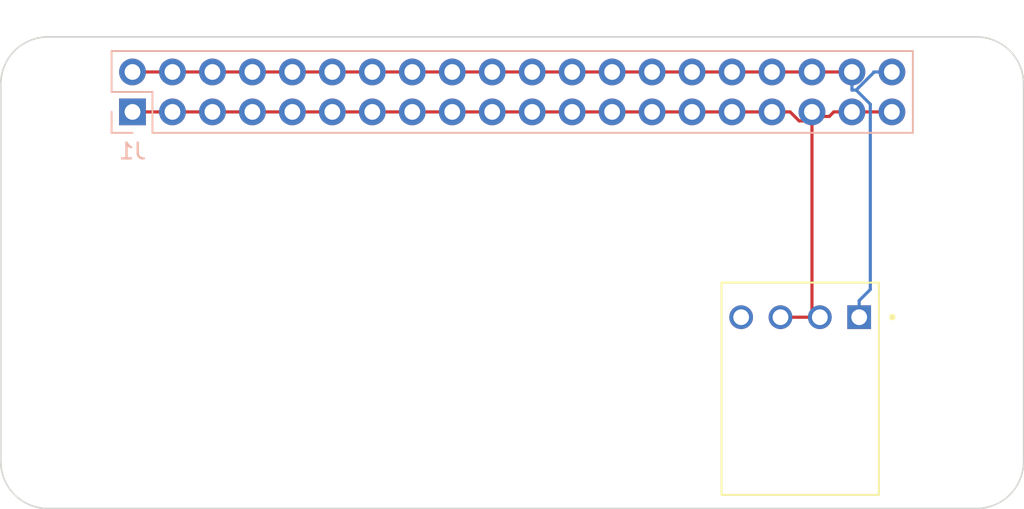
<source format=kicad_pcb>
(kicad_pcb (version 20240108) (generator "pcbnew") (generator_version "8.0")
  (title_block (date "15 nov 2012"))
  (layers (0 "F.Cu" signal) (31 "B.Cu" signal) (34 "B.Paste" user) (35 "F.Paste" user) (36 "B.SilkS" user "B.Silkscreen") (37 "F.SilkS" user "F.Silkscreen") (38 "B.Mask" user) (39 "F.Mask" user) (44 "Edge.Cuts" user))
  (net 0 "")
  (net 1 "GND")
  (net 2 "+12V")
  (net 3 "+5V")
  (footprint "MountingHole:MountingHole_2.7mm_M2.5" (layer "F.Cu") (at 161.5 73.5)
    (property "Reference" "MH2" (hide yes))
    (property "Value" "MountingHole_2.7mm_M2.5" (hide yes))
    (pad "" np_thru_hole circle (at 0 0) (size 2.7 2.7) (drill 2.7) (layers "*.Cu" "*.Mask"))
  )
  (footprint "171826-4:TE_171826-4" (layer "F.Cu") (at 150.8 92.38)
    (property "Reference" "J2" (hide yes))
    (property "Value" "171826-4")
    (fp_line (start -5 6.75) (end -5 -6.75) (stroke (width 0.127)) (layer "F.SilkS"))
    (fp_line (start 5 -6.75) (end -5 -6.75) (stroke (width 0.127)) (layer "F.SilkS"))
    (fp_line (start 5 -6.75) (end 5 6.75) (stroke (width 0.127)) (layer "F.SilkS"))
    (fp_line (start 5 6.75) (end -5 6.75) (stroke (width 0.127)) (layer "F.SilkS"))
    (fp_circle (center 5.86 -4.55) (end 5.96 -4.55) (stroke (width 0.2)) (fill none) (layer "F.SilkS"))
    (pad "1" thru_hole rect (at 3.75 -4.55) (size 1.508 1.508) (drill 1) (layers "*.Cu" "*.Mask") (net 3 "+5V"))
    (pad "2" thru_hole circle (at 1.25 -4.55) (size 1.508 1.508) (drill 1) (layers "*.Cu" "*.Mask") (net 1 "GND"))
    (pad "3" thru_hole circle (at -1.25 -4.55) (size 1.508 1.508) (drill 1) (layers "*.Cu" "*.Mask") (net 1 "GND"))
    (pad "4" thru_hole circle (at -3.75 -4.55) (size 1.508 1.508) (drill 1) (layers "*.Cu" "*.Mask") (net 2 "+12V"))
  )
  (footprint "MountingHole:MountingHole_2.7mm_M2.5" (layer "F.Cu") (at 103.5 96.5)
    (property "Reference" "MH3" (hide yes))
    (property "Value" "MountingHole_2.7mm_M2.5" (hide yes))
    (pad "" np_thru_hole circle (at 0 0) (size 2.7 2.7) (drill 2.7) (layers "*.Cu" "*.Mask"))
  )
  (footprint "MountingHole:MountingHole_2.7mm_M2.5" (layer "F.Cu") (at 103.5 73.5)
    (property "Reference" "MH1" (hide yes))
    (property "Value" "MountingHole_2.7mm_M2.5" (hide yes))
    (pad "" np_thru_hole circle (at 0 0) (size 2.7 2.7) (drill 2.7) (layers "*.Cu" "*.Mask"))
  )
  (footprint "MountingHole:MountingHole_2.7mm_M2.5" (layer "F.Cu") (at 161.5 96.5)
    (property "Reference" "MH4" (hide yes))
    (property "Value" "MountingHole_2.7mm_M2.5" (hide yes))
    (pad "" np_thru_hole circle (at 0 0) (size 2.7 2.7) (drill 2.7) (layers "*.Cu" "*.Mask"))
  )
  (footprint "Connector_PinSocket_2.54mm:PinSocket_2x20_P2.54mm_Vertical" (layer "B.Cu") (at 108.37 74.77 -90)
    (property "Reference" "J1" (at 2.5 0 0) (layer "B.SilkS") (effects (justify mirror)))
    (property "Value" "GPIO")
    (fp_line (start -3.87 1.33) (end -1.27 1.33) (stroke (width 0.12)) (layer "B.SilkS"))
    (fp_line (start -3.87 1.33) (end -3.87 -49.59) (stroke (width 0.12)) (layer "B.SilkS"))
    (fp_line (start -1.27 1.33) (end -1.27 -1.27) (stroke (width 0.12)) (layer "B.SilkS"))
    (fp_line (start 0 1.33) (end 1.33 1.33) (stroke (width 0.12)) (layer "B.SilkS"))
    (fp_line (start 1.33 1.33) (end 1.33 0) (stroke (width 0.12)) (layer "B.SilkS"))
    (fp_line (start -1.27 -1.27) (end 1.33 -1.27) (stroke (width 0.12)) (layer "B.SilkS"))
    (fp_line (start 1.33 -1.27) (end 1.33 -49.59) (stroke (width 0.12)) (layer "B.SilkS"))
    (fp_line (start -3.87 -49.59) (end 1.33 -49.59) (stroke (width 0.12)) (layer "B.SilkS"))
    (pad "1" thru_hole rect (at 0 0 270) (size 1.7 1.7) (drill 1) (layers "*.Cu" "*.Mask") (net 1 "GND"))
    (pad "2" thru_hole oval (at -2.54 0 270) (size 1.7 1.7) (drill 1) (layers "*.Cu" "*.Mask") (net 3 "+5V"))
    (pad "3" thru_hole oval (at 0 -2.54 270) (size 1.7 1.7) (drill 1) (layers "*.Cu" "*.Mask") (net 1 "GND"))
    (pad "4" thru_hole oval (at -2.54 -2.54 270) (size 1.7 1.7) (drill 1) (layers "*.Cu" "*.Mask") (net 3 "+5V"))
    (pad "5" thru_hole oval (at 0 -5.08 270) (size 1.7 1.7) (drill 1) (layers "*.Cu" "*.Mask") (net 1 "GND"))
    (pad "6" thru_hole oval (at -2.54 -5.08 270) (size 1.7 1.7) (drill 1) (layers "*.Cu" "*.Mask") (net 3 "+5V"))
    (pad "7" thru_hole oval (at 0 -7.62 270) (size 1.7 1.7) (drill 1) (layers "*.Cu" "*.Mask") (net 1 "GND"))
    (pad "8" thru_hole oval (at -2.54 -7.62 270) (size 1.7 1.7) (drill 1) (layers "*.Cu" "*.Mask") (net 3 "+5V"))
    (pad "9" thru_hole oval (at 0 -10.16 270) (size 1.7 1.7) (drill 1) (layers "*.Cu" "*.Mask") (net 1 "GND"))
    (pad "10" thru_hole oval (at -2.54 -10.16 270) (size 1.7 1.7) (drill 1) (layers "*.Cu" "*.Mask") (net 3 "+5V"))
    (pad "11" thru_hole oval (at 0 -12.7 270) (size 1.7 1.7) (drill 1) (layers "*.Cu" "*.Mask") (net 1 "GND"))
    (pad "12" thru_hole oval (at -2.54 -12.7 270) (size 1.7 1.7) (drill 1) (layers "*.Cu" "*.Mask") (net 3 "+5V"))
    (pad "13" thru_hole oval (at 0 -15.24 270) (size 1.7 1.7) (drill 1) (layers "*.Cu" "*.Mask") (net 1 "GND"))
    (pad "14" thru_hole oval (at -2.54 -15.24 270) (size 1.7 1.7) (drill 1) (layers "*.Cu" "*.Mask") (net 3 "+5V"))
    (pad "15" thru_hole oval (at 0 -17.78 270) (size 1.7 1.7) (drill 1) (layers "*.Cu" "*.Mask") (net 1 "GND"))
    (pad "16" thru_hole oval (at -2.54 -17.78 270) (size 1.7 1.7) (drill 1) (layers "*.Cu" "*.Mask") (net 3 "+5V"))
    (pad "17" thru_hole oval (at 0 -20.32 270) (size 1.7 1.7) (drill 1) (layers "*.Cu" "*.Mask") (net 1 "GND"))
    (pad "18" thru_hole oval (at -2.54 -20.32 270) (size 1.7 1.7) (drill 1) (layers "*.Cu" "*.Mask") (net 3 "+5V"))
    (pad "19" thru_hole oval (at 0 -22.86 270) (size 1.7 1.7) (drill 1) (layers "*.Cu" "*.Mask") (net 1 "GND"))
    (pad "20" thru_hole oval (at -2.54 -22.86 270) (size 1.7 1.7) (drill 1) (layers "*.Cu" "*.Mask") (net 3 "+5V"))
    (pad "21" thru_hole oval (at 0 -25.4 270) (size 1.7 1.7) (drill 1) (layers "*.Cu" "*.Mask") (net 1 "GND"))
    (pad "22" thru_hole oval (at -2.54 -25.4 270) (size 1.7 1.7) (drill 1) (layers "*.Cu" "*.Mask") (net 3 "+5V"))
    (pad "23" thru_hole oval (at 0 -27.94 270) (size 1.7 1.7) (drill 1) (layers "*.Cu" "*.Mask") (net 1 "GND"))
    (pad "24" thru_hole oval (at -2.54 -27.94 270) (size 1.7 1.7) (drill 1) (layers "*.Cu" "*.Mask") (net 3 "+5V"))
    (pad "25" thru_hole oval (at 0 -30.48 270) (size 1.7 1.7) (drill 1) (layers "*.Cu" "*.Mask") (net 1 "GND"))
    (pad "26" thru_hole oval (at -2.54 -30.48 270) (size 1.7 1.7) (drill 1) (layers "*.Cu" "*.Mask") (net 3 "+5V"))
    (pad "27" thru_hole oval (at 0 -33.02 270) (size 1.7 1.7) (drill 1) (layers "*.Cu" "*.Mask") (net 1 "GND"))
    (pad "28" thru_hole oval (at -2.54 -33.02 270) (size 1.7 1.7) (drill 1) (layers "*.Cu" "*.Mask") (net 3 "+5V"))
    (pad "29" thru_hole oval (at 0 -35.56 270) (size 1.7 1.7) (drill 1) (layers "*.Cu" "*.Mask") (net 1 "GND"))
    (pad "30" thru_hole oval (at -2.54 -35.56 270) (size 1.7 1.7) (drill 1) (layers "*.Cu" "*.Mask") (net 3 "+5V"))
    (pad "31" thru_hole oval (at 0 -38.1 270) (size 1.7 1.7) (drill 1) (layers "*.Cu" "*.Mask") (net 1 "GND"))
    (pad "32" thru_hole oval (at -2.54 -38.1 270) (size 1.7 1.7) (drill 1) (layers "*.Cu" "*.Mask") (net 3 "+5V"))
    (pad "33" thru_hole oval (at 0 -40.64 270) (size 1.7 1.7) (drill 1) (layers "*.Cu" "*.Mask") (net 1 "GND"))
    (pad "34" thru_hole oval (at -2.54 -40.64 270) (size 1.7 1.7) (drill 1) (layers "*.Cu" "*.Mask") (net 3 "+5V"))
    (pad "35" thru_hole oval (at 0 -43.18 270) (size 1.7 1.7) (drill 1) (layers "*.Cu" "*.Mask") (net 1 "GND"))
    (pad "36" thru_hole oval (at -2.54 -43.18 270) (size 1.7 1.7) (drill 1) (layers "*.Cu" "*.Mask") (net 3 "+5V"))
    (pad "37" thru_hole oval (at 0 -45.72 270) (size 1.7 1.7) (drill 1) (layers "*.Cu" "*.Mask") (net 1 "GND"))
    (pad "38" thru_hole oval (at -2.54 -45.72 270) (size 1.7 1.7) (drill 1) (layers "*.Cu" "*.Mask") (net 3 "+5V"))
    (pad "39" thru_hole oval (at 0 -48.26 270) (size 1.7 1.7) (drill 1) (layers "*.Cu" "*.Mask") (net 1 "GND"))
    (pad "40" thru_hole oval (at -2.54 -48.26 270) (size 1.7 1.7) (drill 1) (layers "*.Cu" "*.Mask") (net 3 "+5V"))
  )
  (gr_arc (start 162 70) (mid 164.12132 70.87868) (end 165 73) (stroke (width 0.1)) (layer "Edge.Cuts"))
  (gr_line (start 165 97) (end 165 73) (stroke (width 0.1)) (layer "Edge.Cuts"))
  (gr_line (start 100 73) (end 100 97) (stroke (width 0.1)) (layer "Edge.Cuts"))
  (gr_arc (start 103 100) (mid 100.87868 99.12132) (end 100 97) (stroke (width 0.1)) (layer "Edge.Cuts"))
  (gr_line (start 103 100) (end 162 100) (stroke (width 0.1)) (layer "Edge.Cuts"))
  (gr_arc (start 165 97) (mid 164.12132 99.12132) (end 162 100) (stroke (width 0.1)) (layer "Edge.Cuts"))
  (gr_arc (start 100 73) (mid 100.87868 70.87868) (end 103 70) (stroke (width 0.1)) (layer "Edge.Cuts"))
  (gr_line (start 162 70) (end 103 70) (stroke (width 0.1)) (layer "Edge.Cuts"))
  (segment (start 136.31 74.77) (end 133.77 74.77) (width 0.2) (layer "F.Cu") (net 1))
  (segment (start 151.55 87.83) (end 149.55 87.83) (width 0.2) (layer "F.Cu") (net 1))
  (segment (start 156.63 74.77) (end 154.09 74.77) (width 0.2) (layer "F.Cu") (net 1))
  (segment (start 146.47 74.77) (end 143.93 74.77) (width 0.2) (layer "F.Cu") (net 1))
  (segment (start 152.6504 75.0579) (end 152.9383 74.77) (width 0.2) (layer "F.Cu") (net 1))
  (segment (start 150.7375 75.3458) (end 150.1617 74.77) (width 0.2) (layer "F.Cu") (net 1))
  (segment (start 151.55 75.0579) (end 151.55 75.3458) (width 0.2) (layer "F.Cu") (net 1))
  (segment (start 121.07 74.77) (end 118.53 74.77) (width 0.2) (layer "F.Cu") (net 1))
  (segment (start 151.55 75.3458) (end 151.55 75.9217) (width 0.2) (layer "F.Cu") (net 1))
  (segment (start 151.55 75.0579) (end 152.6504 75.0579) (width 0.2) (layer "F.Cu") (net 1))
  (segment (start 151.55 75.3458) (end 150.7375 75.3458) (width 0.2) (layer "F.Cu") (net 1))
  (segment (start 123.61 74.77) (end 121.07 74.77) (width 0.2) (layer "F.Cu") (net 1))
  (segment (start 115.99 74.77) (end 113.45 74.77) (width 0.2) (layer "F.Cu") (net 1))
  (segment (start 149.01 74.77) (end 146.47 74.77) (width 0.2) (layer "F.Cu") (net 1))
  (segment (start 141.39 74.77) (end 138.85 74.77) (width 0.2) (layer "F.Cu") (net 1))
  (segment (start 151.55 74.77) (end 151.55 75.0579) (width 0.2) (layer "F.Cu") (net 1))
  (segment (start 113.45 74.77) (end 110.91 74.77) (width 0.2) (layer "F.Cu") (net 1))
  (segment (start 143.93 74.77) (end 141.39 74.77) (width 0.2) (layer "F.Cu") (net 1))
  (segment (start 149.01 74.77) (end 150.1617 74.77) (width 0.2) (layer "F.Cu") (net 1))
  (segment (start 126.15 74.77) (end 123.61 74.77) (width 0.2) (layer "F.Cu") (net 1))
  (segment (start 152.05 87.83) (end 151.55 87.83) (width 0.2) (layer "F.Cu") (net 1))
  (segment (start 133.77 74.77) (end 131.23 74.77) (width 0.2) (layer "F.Cu") (net 1))
  (segment (start 118.53 74.77) (end 115.99 74.77) (width 0.2) (layer "F.Cu") (net 1))
  (segment (start 131.23 74.77) (end 128.69 74.77) (width 0.2) (layer "F.Cu") (net 1))
  (segment (start 128.69 74.77) (end 126.15 74.77) (width 0.2) (layer "F.Cu") (net 1))
  (segment (start 151.55 87.83) (end 151.55 75.9217) (width 0.2) (layer "F.Cu") (net 1))
  (segment (start 154.09 74.77) (end 152.9383 74.77) (width 0.2) (layer "F.Cu") (net 1))
  (segment (start 138.85 74.77) (end 136.31 74.77) (width 0.2) (layer "F.Cu") (net 1))
  (segment (start 110.91 74.77) (end 108.37 74.77) (width 0.2) (layer "F.Cu") (net 1))
  (segment (start 121.07 72.23) (end 118.53 72.23) (width 0.2) (layer "F.Cu") (net 3))
  (segment (start 151.55 72.23) (end 149.01 72.23) (width 0.2) (layer "F.Cu") (net 3))
  (segment (start 110.91 72.23) (end 108.37 72.23) (width 0.2) (layer "F.Cu") (net 3))
  (segment (start 146.47 72.23) (end 143.93 72.23) (width 0.2) (layer "F.Cu") (net 3))
  (segment (start 123.61 72.23) (end 121.07 72.23) (width 0.2) (layer "F.Cu") (net 3))
  (segment (start 131.23 72.23) (end 128.69 72.23) (width 0.2) (layer "F.Cu") (net 3))
  (segment (start 126.15 72.23) (end 123.61 72.23) (width 0.2) (layer "F.Cu") (net 3))
  (segment (start 113.45 72.23) (end 110.91 72.23) (width 0.2) (layer "F.Cu") (net 3))
  (segment (start 154.09 72.23) (end 151.55 72.23) (width 0.2) (layer "F.Cu") (net 3))
  (segment (start 128.69 72.23) (end 126.15 72.23) (width 0.2) (layer "F.Cu") (net 3))
  (segment (start 118.53 72.23) (end 115.99 72.23) (width 0.2) (layer "F.Cu") (net 3))
  (segment (start 141.39 72.23) (end 138.85 72.23) (width 0.2) (layer "F.Cu") (net 3))
  (segment (start 149.01 72.23) (end 146.47 72.23) (width 0.2) (layer "F.Cu") (net 3))
  (segment (start 138.85 72.23) (end 136.31 72.23) (width 0.2) (layer "F.Cu") (net 3))
  (segment (start 136.31 72.23) (end 133.77 72.23) (width 0.2) (layer "F.Cu") (net 3))
  (segment (start 133.77 72.23) (end 131.23 72.23) (width 0.2) (layer "F.Cu") (net 3))
  (segment (start 143.93 72.23) (end 141.39 72.23) (width 0.2) (layer "F.Cu") (net 3))
  (segment (start 115.99 72.23) (end 113.45 72.23) (width 0.2) (layer "F.Cu") (net 3))
  (segment (start 156.63 72.23) (end 155.4783 72.23) (width 0.2) (layer "B.Cu") (net 3))
  (segment (start 154.3585 73.3817) (end 154.09 73.3817) (width 0.2) (layer "B.Cu") (net 3))
  (segment (start 155.2587 86.0656) (end 155.2587 74.2819) (width 0.2) (layer "B.Cu") (net 3))
  (segment (start 155.4783 72.2619) (end 154.3585 73.3817) (width 0.2) (layer "B.Cu") (net 3))
  (segment (start 154.55 87.83) (end 154.55 86.7743) (width 0.2) (layer "B.Cu") (net 3))
  (segment (start 154.09 72.23) (end 154.09 73.3817) (width 0.2) (layer "B.Cu") (net 3))
  (segment (start 155.4783 72.23) (end 155.4783 72.2619) (width 0.2) (layer "B.Cu") (net 3))
  (segment (start 154.55 86.7743) (end 155.2587 86.0656) (width 0.2) (layer "B.Cu") (net 3))
  (segment (start 155.2587 74.2819) (end 154.3585 73.3817) (width 0.2) (layer "B.Cu") (net 3))
)
</source>
